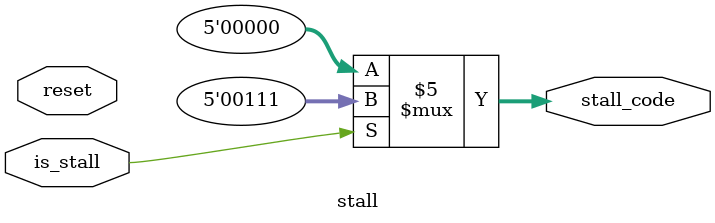
<source format=v>
module stall(
    input reset,
    input is_stall,
    output reg [4:0] stall_code
    );

    always @(*) begin
        if(reset == 1) begin
            stall_code = 5'b00000;
        end
        if(is_stall == 1) begin
            stall_code = 5'b00111;
        end
        else 
            stall_code = 5'b00000;
        
    end

endmodule

</source>
